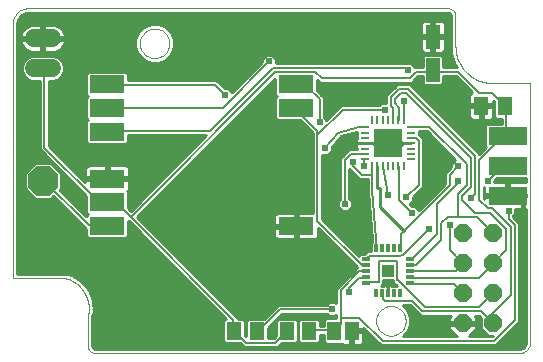
<source format=gbl>
G75*
%MOIN*%
%OFA0B0*%
%FSLAX24Y24*%
%IPPOS*%
%LPD*%
%AMOC8*
5,1,8,0,0,1.08239X$1,22.5*
%
%ADD10C,0.0000*%
%ADD11R,0.0512X0.0630*%
%ADD12R,0.0512X0.0591*%
%ADD13OC8,0.0600*%
%ADD14OC8,0.1000*%
%ADD15R,0.0472X0.0787*%
%ADD16R,0.1300X0.0600*%
%ADD17R,0.0460X0.0630*%
%ADD18R,0.0280X0.0100*%
%ADD19R,0.0100X0.0280*%
%ADD20R,0.0960X0.0960*%
%ADD21R,0.0394X0.0394*%
%ADD22R,0.0118X0.0256*%
%ADD23R,0.0256X0.0118*%
%ADD24R,0.1181X0.0591*%
%ADD25C,0.0600*%
%ADD26C,0.0100*%
%ADD27C,0.0317*%
%ADD28C,0.0160*%
%ADD29C,0.0277*%
%ADD30C,0.0080*%
%ADD31C,0.0240*%
D10*
X002650Y000550D02*
X002650Y001550D01*
X002663Y001611D01*
X002673Y001672D01*
X002679Y001734D01*
X002681Y001797D01*
X002679Y001859D01*
X002674Y001921D01*
X002665Y001982D01*
X002652Y002043D01*
X002635Y002103D01*
X002615Y002162D01*
X002592Y002220D01*
X002564Y002276D01*
X002534Y002330D01*
X002500Y002383D01*
X002464Y002433D01*
X002424Y002481D01*
X002381Y002527D01*
X002336Y002569D01*
X002289Y002609D01*
X002238Y002647D01*
X002186Y002681D01*
X002132Y002711D01*
X002076Y002739D01*
X002019Y002763D01*
X001960Y002783D01*
X001900Y002800D01*
X000150Y002800D01*
X000150Y011406D01*
X000150Y011300D02*
X000152Y011344D01*
X000158Y011387D01*
X000167Y011429D01*
X000180Y011471D01*
X000197Y011511D01*
X000217Y011550D01*
X000240Y011587D01*
X000267Y011621D01*
X000296Y011654D01*
X000329Y011683D01*
X000363Y011710D01*
X000400Y011733D01*
X000439Y011753D01*
X000479Y011770D01*
X000521Y011783D01*
X000563Y011792D01*
X000606Y011798D01*
X000650Y011800D01*
X014650Y011800D01*
X014680Y011798D01*
X014710Y011793D01*
X014739Y011784D01*
X014766Y011771D01*
X014792Y011756D01*
X014816Y011737D01*
X014837Y011716D01*
X014856Y011692D01*
X014871Y011666D01*
X014884Y011639D01*
X014893Y011610D01*
X014898Y011580D01*
X014900Y011550D01*
X014900Y010550D01*
X014902Y010482D01*
X014907Y010415D01*
X014916Y010348D01*
X014929Y010281D01*
X014946Y010216D01*
X014965Y010151D01*
X014989Y010087D01*
X015016Y010025D01*
X015046Y009964D01*
X015079Y009906D01*
X015115Y009849D01*
X015155Y009794D01*
X015197Y009741D01*
X015243Y009690D01*
X015290Y009643D01*
X015341Y009597D01*
X015394Y009555D01*
X015449Y009515D01*
X015506Y009479D01*
X015564Y009446D01*
X015625Y009416D01*
X015687Y009389D01*
X015751Y009365D01*
X015816Y009346D01*
X015881Y009329D01*
X015948Y009316D01*
X016015Y009307D01*
X016082Y009302D01*
X016150Y009300D01*
X017400Y009300D01*
X017400Y000694D01*
X017398Y000655D01*
X017392Y000617D01*
X017383Y000580D01*
X017370Y000543D01*
X017353Y000508D01*
X017334Y000475D01*
X017311Y000444D01*
X017285Y000415D01*
X017256Y000389D01*
X017225Y000366D01*
X017192Y000347D01*
X017157Y000330D01*
X017120Y000317D01*
X017083Y000308D01*
X017045Y000302D01*
X017006Y000300D01*
X017150Y000300D02*
X002900Y000300D01*
X002870Y000302D01*
X002840Y000307D01*
X002811Y000316D01*
X002784Y000329D01*
X002758Y000344D01*
X002734Y000363D01*
X002713Y000384D01*
X002694Y000408D01*
X002679Y000434D01*
X002666Y000461D01*
X002657Y000490D01*
X002652Y000520D01*
X002650Y000550D01*
X012256Y001383D02*
X012258Y001427D01*
X012264Y001471D01*
X012274Y001514D01*
X012287Y001556D01*
X012305Y001596D01*
X012326Y001635D01*
X012350Y001672D01*
X012377Y001707D01*
X012408Y001739D01*
X012441Y001768D01*
X012477Y001794D01*
X012515Y001816D01*
X012555Y001835D01*
X012596Y001851D01*
X012639Y001863D01*
X012682Y001871D01*
X012726Y001875D01*
X012770Y001875D01*
X012814Y001871D01*
X012857Y001863D01*
X012900Y001851D01*
X012941Y001835D01*
X012981Y001816D01*
X013019Y001794D01*
X013055Y001768D01*
X013088Y001739D01*
X013119Y001707D01*
X013146Y001672D01*
X013170Y001635D01*
X013191Y001596D01*
X013209Y001556D01*
X013222Y001514D01*
X013232Y001471D01*
X013238Y001427D01*
X013240Y001383D01*
X013238Y001339D01*
X013232Y001295D01*
X013222Y001252D01*
X013209Y001210D01*
X013191Y001170D01*
X013170Y001131D01*
X013146Y001094D01*
X013119Y001059D01*
X013088Y001027D01*
X013055Y000998D01*
X013019Y000972D01*
X012981Y000950D01*
X012941Y000931D01*
X012900Y000915D01*
X012857Y000903D01*
X012814Y000895D01*
X012770Y000891D01*
X012726Y000891D01*
X012682Y000895D01*
X012639Y000903D01*
X012596Y000915D01*
X012555Y000931D01*
X012515Y000950D01*
X012477Y000972D01*
X012441Y000998D01*
X012408Y001027D01*
X012377Y001059D01*
X012350Y001094D01*
X012326Y001131D01*
X012305Y001170D01*
X012287Y001210D01*
X012274Y001252D01*
X012264Y001295D01*
X012258Y001339D01*
X012256Y001383D01*
X004382Y010635D02*
X004384Y010679D01*
X004390Y010723D01*
X004400Y010766D01*
X004413Y010808D01*
X004431Y010848D01*
X004452Y010887D01*
X004476Y010924D01*
X004503Y010959D01*
X004534Y010991D01*
X004567Y011020D01*
X004603Y011046D01*
X004641Y011068D01*
X004681Y011087D01*
X004722Y011103D01*
X004765Y011115D01*
X004808Y011123D01*
X004852Y011127D01*
X004896Y011127D01*
X004940Y011123D01*
X004983Y011115D01*
X005026Y011103D01*
X005067Y011087D01*
X005107Y011068D01*
X005145Y011046D01*
X005181Y011020D01*
X005214Y010991D01*
X005245Y010959D01*
X005272Y010924D01*
X005296Y010887D01*
X005317Y010848D01*
X005335Y010808D01*
X005348Y010766D01*
X005358Y010723D01*
X005364Y010679D01*
X005366Y010635D01*
X005364Y010591D01*
X005358Y010547D01*
X005348Y010504D01*
X005335Y010462D01*
X005317Y010422D01*
X005296Y010383D01*
X005272Y010346D01*
X005245Y010311D01*
X005214Y010279D01*
X005181Y010250D01*
X005145Y010224D01*
X005107Y010202D01*
X005067Y010183D01*
X005026Y010167D01*
X004983Y010155D01*
X004940Y010147D01*
X004896Y010143D01*
X004852Y010143D01*
X004808Y010147D01*
X004765Y010155D01*
X004722Y010167D01*
X004681Y010183D01*
X004641Y010202D01*
X004603Y010224D01*
X004567Y010250D01*
X004534Y010279D01*
X004503Y010311D01*
X004476Y010346D01*
X004452Y010383D01*
X004431Y010422D01*
X004413Y010462D01*
X004400Y010504D01*
X004390Y010547D01*
X004384Y010591D01*
X004382Y010635D01*
D11*
X015756Y008550D03*
X016544Y008550D03*
D12*
X010024Y001050D03*
X009276Y001050D03*
X008274Y001050D03*
X007526Y001050D03*
D13*
X015150Y001300D03*
X016150Y001300D03*
X016150Y002300D03*
X015150Y002300D03*
X015150Y003300D03*
X016150Y003300D03*
X016150Y004300D03*
X015150Y004300D03*
D14*
X001150Y006050D03*
D15*
X014150Y009749D03*
X014150Y010851D03*
D16*
X016650Y007550D03*
X016650Y006550D03*
X016650Y005550D03*
D17*
X011450Y001050D03*
X010850Y001050D03*
D18*
X011880Y006770D03*
X011880Y006950D03*
X011880Y007120D03*
X011880Y007300D03*
X011880Y007480D03*
X011880Y007650D03*
X011880Y007830D03*
X013420Y007830D03*
X013420Y007650D03*
X013420Y007480D03*
X013420Y007300D03*
X013420Y007120D03*
X013420Y006950D03*
X013420Y006770D03*
D19*
X013180Y006530D03*
X013000Y006530D03*
X012830Y006530D03*
X012650Y006530D03*
X012470Y006530D03*
X012300Y006530D03*
X012120Y006530D03*
X012120Y008070D03*
X012300Y008070D03*
X012470Y008070D03*
X012650Y008070D03*
X012830Y008070D03*
X013000Y008070D03*
X013180Y008070D03*
D20*
X012650Y007300D03*
D21*
X012650Y003050D03*
D22*
X012650Y002302D03*
X012847Y002302D03*
X013044Y002302D03*
X012453Y002302D03*
X012256Y002302D03*
X012256Y003798D03*
X012453Y003798D03*
X012650Y003798D03*
X012847Y003798D03*
X013044Y003798D03*
D23*
X013398Y003444D03*
X013398Y003247D03*
X013398Y003050D03*
X013398Y002853D03*
X013398Y002656D03*
X011902Y002656D03*
X011902Y002853D03*
X011902Y003050D03*
X011902Y003247D03*
X011902Y003444D03*
D24*
X009587Y004544D03*
X009587Y008481D03*
X009587Y009269D03*
X003288Y009269D03*
X003288Y008481D03*
X003288Y007694D03*
X003288Y006119D03*
X003288Y005331D03*
X003288Y004544D03*
D25*
X001450Y009800D02*
X000850Y009800D01*
X000850Y010800D02*
X001450Y010800D01*
D26*
X001200Y010840D02*
X004264Y010840D01*
X004232Y010762D02*
X004232Y010507D01*
X004330Y010271D01*
X004511Y010090D01*
X004747Y009993D01*
X005002Y009993D01*
X005238Y010090D01*
X005419Y010271D01*
X005517Y010507D01*
X005517Y010762D01*
X005419Y010998D01*
X005238Y011179D01*
X005002Y011277D01*
X004747Y011277D01*
X004511Y011179D01*
X004330Y010998D01*
X004232Y010762D01*
X004232Y010741D02*
X001896Y010741D01*
X001898Y010750D02*
X001200Y010750D01*
X001200Y010850D01*
X001100Y010850D01*
X001100Y011250D01*
X000815Y011250D01*
X000745Y011239D01*
X000677Y011217D01*
X000614Y011185D01*
X000557Y011143D01*
X000507Y011093D01*
X000465Y011036D01*
X000433Y010973D01*
X000411Y010905D01*
X000402Y010850D01*
X001100Y010850D01*
X001100Y010750D01*
X001200Y010750D01*
X001200Y010350D01*
X001485Y010350D01*
X001555Y010361D01*
X001623Y010383D01*
X001686Y010415D01*
X001743Y010457D01*
X001793Y010507D01*
X001835Y010564D01*
X001867Y010627D01*
X001889Y010695D01*
X001898Y010750D01*
X001898Y010850D02*
X001889Y010905D01*
X001867Y010973D01*
X001835Y011036D01*
X001793Y011093D01*
X001743Y011143D01*
X001686Y011185D01*
X001623Y011217D01*
X001555Y011239D01*
X001485Y011250D01*
X001200Y011250D01*
X001200Y010850D01*
X001898Y010850D01*
X001878Y010938D02*
X004305Y010938D01*
X004368Y011037D02*
X001834Y011037D01*
X001751Y011135D02*
X004467Y011135D01*
X004642Y011234D02*
X001572Y011234D01*
X001200Y011234D02*
X001100Y011234D01*
X001100Y011135D02*
X001200Y011135D01*
X001200Y011037D02*
X001100Y011037D01*
X001100Y010938D02*
X001200Y010938D01*
X001100Y010840D02*
X000300Y010840D01*
X000300Y010938D02*
X000422Y010938D01*
X000466Y011037D02*
X000300Y011037D01*
X000300Y011135D02*
X000549Y011135D01*
X000728Y011234D02*
X000300Y011234D01*
X000300Y011300D02*
X000307Y011368D01*
X000359Y011494D01*
X000456Y011591D01*
X000582Y011643D01*
X000650Y011650D01*
X014650Y011650D01*
X014676Y011647D01*
X014721Y011621D01*
X014747Y011576D01*
X014750Y011550D01*
X014750Y010328D01*
X014887Y009906D01*
X014943Y009830D01*
X014496Y009830D01*
X014496Y010188D01*
X014432Y010253D01*
X013868Y010253D01*
X013804Y010188D01*
X013804Y009830D01*
X013540Y009830D01*
X013540Y009845D01*
X013405Y009980D01*
X013215Y009980D01*
X013205Y009970D01*
X008920Y009970D01*
X008920Y010125D01*
X008785Y010260D01*
X008595Y010260D01*
X008460Y010125D01*
X008460Y010012D01*
X007450Y009002D01*
X007450Y009005D01*
X007315Y009140D01*
X007202Y009140D01*
X006932Y009410D01*
X003988Y009410D01*
X003988Y009609D01*
X003924Y009674D01*
X002652Y009674D01*
X002587Y009609D01*
X002587Y008928D01*
X002640Y008875D01*
X002587Y008822D01*
X002587Y008140D01*
X002640Y008087D01*
X002587Y008035D01*
X002587Y007353D01*
X002652Y007288D01*
X003924Y007288D01*
X003988Y007353D01*
X003988Y007570D01*
X006578Y007570D01*
X004070Y005062D01*
X003988Y005144D01*
X003988Y005672D01*
X003962Y005699D01*
X003970Y005704D01*
X003998Y005732D01*
X004018Y005766D01*
X004028Y005804D01*
X004028Y006069D01*
X003338Y006069D01*
X003338Y006169D01*
X004028Y006169D01*
X004028Y006434D01*
X004018Y006472D01*
X003998Y006506D01*
X003970Y006534D01*
X003936Y006554D01*
X003898Y006564D01*
X003338Y006564D01*
X003338Y006169D01*
X003238Y006169D01*
X003238Y006564D01*
X002677Y006564D01*
X002639Y006554D01*
X002605Y006534D01*
X002577Y006506D01*
X002557Y006472D01*
X002547Y006434D01*
X002547Y006169D01*
X003238Y006169D01*
X003238Y006069D01*
X002547Y006069D01*
X002547Y006025D01*
X001350Y007222D01*
X001350Y009390D01*
X001532Y009390D01*
X001682Y009452D01*
X001798Y009568D01*
X001860Y009718D01*
X001860Y009882D01*
X001798Y010032D01*
X001682Y010148D01*
X001532Y010210D01*
X000768Y010210D01*
X000618Y010148D01*
X000502Y010032D01*
X000440Y009882D01*
X000440Y009718D01*
X000502Y009568D01*
X000618Y009452D01*
X000768Y009390D01*
X001050Y009390D01*
X001050Y007098D01*
X002587Y005561D01*
X002587Y004991D01*
X002640Y004938D01*
X002587Y004885D01*
X002587Y004865D01*
X001707Y005745D01*
X001760Y005797D01*
X001760Y006303D01*
X001403Y006660D01*
X000897Y006660D01*
X000540Y006303D01*
X000540Y005797D01*
X000897Y005440D01*
X001403Y005440D01*
X001495Y005533D01*
X002587Y004441D01*
X002587Y004203D01*
X002652Y004139D01*
X003924Y004139D01*
X003988Y004203D01*
X003988Y004720D01*
X004008Y004700D01*
X007253Y001455D01*
X007225Y001455D01*
X007160Y001391D01*
X007160Y000709D01*
X007225Y000645D01*
X007713Y000645D01*
X007770Y000588D01*
X007858Y000500D01*
X008962Y000500D01*
X009107Y000645D01*
X009577Y000645D01*
X009642Y000709D01*
X009642Y001391D01*
X009577Y001455D01*
X008975Y001455D01*
X008910Y001391D01*
X008910Y000872D01*
X008838Y000800D01*
X008640Y000800D01*
X008640Y001158D01*
X009102Y001620D01*
X010615Y001620D01*
X010695Y001540D01*
X010885Y001540D01*
X010920Y001575D01*
X010920Y001475D01*
X010574Y001475D01*
X010510Y001411D01*
X010510Y001220D01*
X010390Y001220D01*
X010390Y001391D01*
X010325Y001455D01*
X009723Y001455D01*
X009658Y001391D01*
X009658Y000709D01*
X009723Y000645D01*
X010325Y000645D01*
X010390Y000709D01*
X010390Y000920D01*
X010510Y000920D01*
X010510Y000689D01*
X010574Y000625D01*
X011118Y000625D01*
X011128Y000615D01*
X011162Y000595D01*
X011200Y000585D01*
X011400Y000585D01*
X011400Y001000D01*
X011500Y001000D01*
X011500Y001100D01*
X011830Y001100D01*
X011830Y001148D01*
X012408Y000570D01*
X012532Y000570D01*
X016242Y000570D01*
X016330Y000658D01*
X017030Y001358D01*
X017030Y004632D01*
X016942Y004720D01*
X016820Y004842D01*
X016820Y004885D01*
X016900Y004965D01*
X016900Y005100D01*
X017250Y005100D01*
X017250Y000694D01*
X016366Y000694D01*
X016268Y000596D02*
X017224Y000596D01*
X017209Y000558D02*
X017142Y000491D01*
X017054Y000455D01*
X017006Y000450D01*
X002900Y000450D01*
X002874Y000453D01*
X002829Y000479D01*
X002803Y000524D01*
X002800Y000550D01*
X002800Y001532D01*
X002841Y001695D01*
X002815Y002068D01*
X002815Y002068D01*
X002675Y002415D01*
X002675Y002415D01*
X002435Y002702D01*
X002118Y002900D01*
X002118Y002900D01*
X001977Y002935D01*
X001962Y002950D01*
X001918Y002950D01*
X001876Y002961D01*
X001858Y002950D01*
X000300Y002950D01*
X000300Y011300D01*
X000303Y011332D02*
X013791Y011332D01*
X013794Y011337D02*
X013774Y011303D01*
X013764Y011265D01*
X013764Y010901D01*
X014100Y010901D01*
X014100Y010801D01*
X014200Y010801D01*
X014200Y010307D01*
X014406Y010307D01*
X014444Y010318D01*
X014478Y010337D01*
X014506Y010365D01*
X014526Y010400D01*
X014536Y010438D01*
X014536Y010801D01*
X014200Y010801D01*
X014200Y010901D01*
X014536Y010901D01*
X014536Y011265D01*
X014526Y011303D01*
X014506Y011337D01*
X014478Y011365D01*
X014444Y011385D01*
X014406Y011395D01*
X014200Y011395D01*
X014200Y010901D01*
X014100Y010901D01*
X014100Y011395D01*
X013894Y011395D01*
X013856Y011385D01*
X013822Y011365D01*
X013794Y011337D01*
X013764Y011234D02*
X005107Y011234D01*
X005282Y011135D02*
X013764Y011135D01*
X013764Y011037D02*
X005381Y011037D01*
X005444Y010938D02*
X013764Y010938D01*
X013764Y010801D02*
X013764Y010438D01*
X013774Y010400D01*
X013794Y010365D01*
X013822Y010337D01*
X013856Y010318D01*
X013894Y010307D01*
X014100Y010307D01*
X014100Y010801D01*
X013764Y010801D01*
X013764Y010741D02*
X005517Y010741D01*
X005517Y010643D02*
X013764Y010643D01*
X013764Y010544D02*
X005517Y010544D01*
X005491Y010446D02*
X013764Y010446D01*
X013812Y010347D02*
X005450Y010347D01*
X005396Y010249D02*
X008583Y010249D01*
X008485Y010150D02*
X005298Y010150D01*
X005145Y010052D02*
X008460Y010052D01*
X008401Y009953D02*
X001830Y009953D01*
X001860Y009855D02*
X008302Y009855D01*
X008204Y009756D02*
X001860Y009756D01*
X001835Y009658D02*
X002635Y009658D01*
X002587Y009559D02*
X001789Y009559D01*
X001690Y009461D02*
X002587Y009461D01*
X002587Y009362D02*
X001350Y009362D01*
X001350Y009264D02*
X002587Y009264D01*
X002587Y009165D02*
X001350Y009165D01*
X001350Y009067D02*
X002587Y009067D01*
X002587Y008968D02*
X001350Y008968D01*
X001350Y008870D02*
X002635Y008870D01*
X002587Y008771D02*
X001350Y008771D01*
X001350Y008673D02*
X002587Y008673D01*
X002587Y008574D02*
X001350Y008574D01*
X001350Y008476D02*
X002587Y008476D01*
X002587Y008377D02*
X001350Y008377D01*
X001350Y008279D02*
X002587Y008279D01*
X002587Y008180D02*
X001350Y008180D01*
X001350Y008082D02*
X002634Y008082D01*
X002587Y007983D02*
X001350Y007983D01*
X001350Y007885D02*
X002587Y007885D01*
X002587Y007786D02*
X001350Y007786D01*
X001350Y007688D02*
X002587Y007688D01*
X002587Y007589D02*
X001350Y007589D01*
X001350Y007491D02*
X002587Y007491D01*
X002587Y007392D02*
X001350Y007392D01*
X001350Y007294D02*
X002647Y007294D01*
X001870Y006703D02*
X005710Y006703D01*
X005809Y006801D02*
X001771Y006801D01*
X001673Y006900D02*
X005907Y006900D01*
X006006Y006998D02*
X001574Y006998D01*
X001476Y007097D02*
X006104Y007097D01*
X006203Y007195D02*
X001377Y007195D01*
X001150Y006998D02*
X000300Y006998D01*
X000300Y006900D02*
X001248Y006900D01*
X001347Y006801D02*
X000300Y006801D01*
X000300Y006703D02*
X001445Y006703D01*
X001459Y006604D02*
X001544Y006604D01*
X001557Y006506D02*
X001642Y006506D01*
X001656Y006407D02*
X001741Y006407D01*
X001754Y006309D02*
X001839Y006309D01*
X001760Y006210D02*
X001938Y006210D01*
X002036Y006112D02*
X001760Y006112D01*
X001760Y006013D02*
X002135Y006013D01*
X002233Y005915D02*
X001760Y005915D01*
X001760Y005816D02*
X002332Y005816D01*
X002430Y005718D02*
X001735Y005718D01*
X001833Y005619D02*
X002529Y005619D01*
X002587Y005521D02*
X001932Y005521D01*
X002030Y005422D02*
X002587Y005422D01*
X002587Y005324D02*
X002129Y005324D01*
X002227Y005225D02*
X002587Y005225D01*
X002587Y005127D02*
X002326Y005127D01*
X002424Y005028D02*
X002587Y005028D01*
X002632Y004930D02*
X002523Y004930D01*
X002295Y004733D02*
X000300Y004733D01*
X000300Y004831D02*
X002197Y004831D01*
X002098Y004930D02*
X000300Y004930D01*
X000300Y005028D02*
X002000Y005028D01*
X001901Y005127D02*
X000300Y005127D01*
X000300Y005225D02*
X001803Y005225D01*
X001704Y005324D02*
X000300Y005324D01*
X000300Y005422D02*
X001606Y005422D01*
X001507Y005521D02*
X001483Y005521D01*
X000817Y005521D02*
X000300Y005521D01*
X000300Y005619D02*
X000718Y005619D01*
X000620Y005718D02*
X000300Y005718D01*
X000300Y005816D02*
X000540Y005816D01*
X000540Y005915D02*
X000300Y005915D01*
X000300Y006013D02*
X000540Y006013D01*
X000540Y006112D02*
X000300Y006112D01*
X000300Y006210D02*
X000540Y006210D01*
X000546Y006309D02*
X000300Y006309D01*
X000300Y006407D02*
X000644Y006407D01*
X000743Y006506D02*
X000300Y006506D01*
X000300Y006604D02*
X000841Y006604D01*
X001051Y007097D02*
X000300Y007097D01*
X000300Y007195D02*
X001050Y007195D01*
X001050Y007294D02*
X000300Y007294D01*
X000300Y007392D02*
X001050Y007392D01*
X001050Y007491D02*
X000300Y007491D01*
X000300Y007589D02*
X001050Y007589D01*
X001050Y007688D02*
X000300Y007688D01*
X000300Y007786D02*
X001050Y007786D01*
X001050Y007885D02*
X000300Y007885D01*
X000300Y007983D02*
X001050Y007983D01*
X001050Y008082D02*
X000300Y008082D01*
X000300Y008180D02*
X001050Y008180D01*
X001050Y008279D02*
X000300Y008279D01*
X000300Y008377D02*
X001050Y008377D01*
X001050Y008476D02*
X000300Y008476D01*
X000300Y008574D02*
X001050Y008574D01*
X001050Y008673D02*
X000300Y008673D01*
X000300Y008771D02*
X001050Y008771D01*
X001050Y008870D02*
X000300Y008870D01*
X000300Y008968D02*
X001050Y008968D01*
X001050Y009067D02*
X000300Y009067D01*
X000300Y009165D02*
X001050Y009165D01*
X001050Y009264D02*
X000300Y009264D01*
X000300Y009362D02*
X001050Y009362D01*
X000610Y009461D02*
X000300Y009461D01*
X000300Y009559D02*
X000511Y009559D01*
X000465Y009658D02*
X000300Y009658D01*
X000300Y009756D02*
X000440Y009756D01*
X000440Y009855D02*
X000300Y009855D01*
X000300Y009953D02*
X000470Y009953D01*
X000522Y010052D02*
X000300Y010052D01*
X000300Y010150D02*
X000624Y010150D01*
X000677Y010383D02*
X000745Y010361D01*
X000815Y010350D01*
X001100Y010350D01*
X001100Y010750D01*
X000402Y010750D01*
X000411Y010695D01*
X000433Y010627D01*
X000465Y010564D01*
X000507Y010507D01*
X000557Y010457D01*
X000614Y010415D01*
X000677Y010383D01*
X000572Y010446D02*
X000300Y010446D01*
X000300Y010544D02*
X000480Y010544D01*
X000428Y010643D02*
X000300Y010643D01*
X000300Y010741D02*
X000404Y010741D01*
X000300Y010347D02*
X004299Y010347D01*
X004258Y010446D02*
X001728Y010446D01*
X001820Y010544D02*
X004232Y010544D01*
X004232Y010643D02*
X001872Y010643D01*
X001200Y010643D02*
X001100Y010643D01*
X001100Y010741D02*
X001200Y010741D01*
X001200Y010544D02*
X001100Y010544D01*
X001100Y010446D02*
X001200Y010446D01*
X001676Y010150D02*
X004451Y010150D01*
X004352Y010249D02*
X000300Y010249D01*
X001778Y010052D02*
X004604Y010052D01*
X003940Y009658D02*
X008105Y009658D01*
X008007Y009559D02*
X003988Y009559D01*
X003988Y009461D02*
X007908Y009461D01*
X007810Y009362D02*
X006980Y009362D01*
X007079Y009264D02*
X007711Y009264D01*
X007613Y009165D02*
X007177Y009165D01*
X007389Y009067D02*
X007514Y009067D01*
X008105Y008673D02*
X008886Y008673D01*
X008886Y008771D02*
X008203Y008771D01*
X008302Y008870D02*
X008934Y008870D01*
X008939Y008875D02*
X008886Y008822D01*
X008886Y008140D01*
X008951Y008076D01*
X009732Y008076D01*
X010150Y007658D01*
X010150Y004989D01*
X009637Y004989D01*
X009637Y004594D01*
X009537Y004594D01*
X009537Y004494D01*
X009637Y004494D01*
X009637Y004099D01*
X010197Y004099D01*
X010235Y004109D01*
X010270Y004129D01*
X010298Y004157D01*
X010317Y004191D01*
X010328Y004229D01*
X010328Y004470D01*
X011628Y003170D01*
X011550Y003092D01*
X011008Y002550D01*
X011008Y002550D01*
X010920Y002462D01*
X010920Y001965D01*
X010885Y002000D01*
X010695Y002000D01*
X010615Y001920D01*
X008978Y001920D01*
X008513Y001455D01*
X007973Y001455D01*
X007908Y001391D01*
X007908Y000874D01*
X007892Y000890D01*
X007892Y001391D01*
X007827Y001455D01*
X007650Y001455D01*
X007650Y001482D01*
X008540Y001482D01*
X008638Y001581D02*
X007552Y001581D01*
X007650Y001482D02*
X004282Y004850D01*
X008886Y009454D01*
X008886Y008928D01*
X008939Y008875D01*
X008886Y008968D02*
X008400Y008968D01*
X008499Y009067D02*
X008886Y009067D01*
X008886Y009165D02*
X008597Y009165D01*
X008696Y009264D02*
X008886Y009264D01*
X008886Y009362D02*
X008794Y009362D01*
X008920Y010052D02*
X013804Y010052D01*
X013804Y010150D02*
X008895Y010150D01*
X008797Y010249D02*
X013864Y010249D01*
X014100Y010347D02*
X014200Y010347D01*
X014200Y010446D02*
X014100Y010446D01*
X014100Y010544D02*
X014200Y010544D01*
X014200Y010643D02*
X014100Y010643D01*
X014100Y010741D02*
X014200Y010741D01*
X014200Y010840D02*
X014750Y010840D01*
X014750Y010938D02*
X014536Y010938D01*
X014536Y011037D02*
X014750Y011037D01*
X014750Y011135D02*
X014536Y011135D01*
X014536Y011234D02*
X014750Y011234D01*
X014750Y011332D02*
X014509Y011332D01*
X014750Y011431D02*
X000333Y011431D01*
X000394Y011529D02*
X014750Y011529D01*
X014709Y011628D02*
X000544Y011628D01*
X005485Y010840D02*
X014100Y010840D01*
X014100Y010938D02*
X014200Y010938D01*
X014200Y011037D02*
X014100Y011037D01*
X014100Y011135D02*
X014200Y011135D01*
X014200Y011234D02*
X014100Y011234D01*
X014100Y011332D02*
X014200Y011332D01*
X014536Y010741D02*
X014750Y010741D01*
X014750Y010643D02*
X014536Y010643D01*
X014536Y010544D02*
X014750Y010544D01*
X014750Y010446D02*
X014536Y010446D01*
X014488Y010347D02*
X014750Y010347D01*
X014776Y010249D02*
X014436Y010249D01*
X014496Y010150D02*
X014808Y010150D01*
X014840Y010052D02*
X014496Y010052D01*
X014496Y009953D02*
X014872Y009953D01*
X014887Y009906D02*
X014887Y009906D01*
X014925Y009855D02*
X014496Y009855D01*
X014496Y009530D02*
X014928Y009530D01*
X015451Y009007D01*
X015442Y009005D01*
X015408Y008985D01*
X015380Y008957D01*
X015361Y008923D01*
X015350Y008885D01*
X015350Y008600D01*
X015706Y008600D01*
X015706Y008500D01*
X015350Y008500D01*
X015350Y008215D01*
X015361Y008177D01*
X015380Y008143D01*
X015408Y008115D01*
X015442Y008095D01*
X015481Y008085D01*
X015706Y008085D01*
X015706Y008500D01*
X015806Y008500D01*
X015806Y008085D01*
X016032Y008085D01*
X016070Y008095D01*
X016104Y008115D01*
X016132Y008143D01*
X016152Y008177D01*
X016162Y008215D01*
X016162Y008500D01*
X015806Y008500D01*
X015806Y008600D01*
X016162Y008600D01*
X016162Y008716D01*
X016178Y008700D01*
X016178Y008189D01*
X016242Y008125D01*
X016450Y008125D01*
X016450Y007960D01*
X015954Y007960D01*
X015890Y007896D01*
X015890Y007204D01*
X015916Y007178D01*
X015690Y006952D01*
X015612Y007030D01*
X013372Y009270D01*
X012968Y009270D01*
X012880Y009182D01*
X012600Y008902D01*
X012600Y008778D01*
X012600Y008650D01*
X012445Y008650D01*
X012365Y008570D01*
X011078Y008570D01*
X010600Y008092D01*
X010600Y008095D01*
X010520Y008175D01*
X010520Y008832D01*
X010432Y008920D01*
X010288Y009065D01*
X010288Y009410D01*
X010378Y009320D01*
X013442Y009320D01*
X013530Y009408D01*
X013652Y009530D01*
X013804Y009530D01*
X013804Y009310D01*
X013868Y009245D01*
X014432Y009245D01*
X014496Y009310D01*
X014496Y009530D01*
X014496Y009461D02*
X014997Y009461D01*
X015096Y009362D02*
X014496Y009362D01*
X014450Y009264D02*
X015194Y009264D01*
X015293Y009165D02*
X013477Y009165D01*
X013379Y009264D02*
X013850Y009264D01*
X013804Y009362D02*
X013484Y009362D01*
X013583Y009461D02*
X013804Y009461D01*
X013804Y009855D02*
X013531Y009855D01*
X013432Y009953D02*
X013804Y009953D01*
X012961Y009264D02*
X010288Y009264D01*
X010288Y009362D02*
X010336Y009362D01*
X010288Y009165D02*
X012863Y009165D01*
X012764Y009067D02*
X010288Y009067D01*
X010384Y008968D02*
X012666Y008968D01*
X012600Y008870D02*
X010483Y008870D01*
X010520Y008771D02*
X012600Y008771D01*
X012600Y008673D02*
X010520Y008673D01*
X010520Y008574D02*
X012369Y008574D01*
X011630Y007684D02*
X011630Y007452D01*
X011620Y007442D01*
X011600Y007408D01*
X011590Y007370D01*
X011590Y007300D01*
X011880Y007300D01*
X012170Y007300D01*
X012170Y007350D01*
X012600Y007350D01*
X012600Y007250D01*
X012170Y007250D01*
X012170Y007300D01*
X011880Y007300D01*
X011880Y007300D01*
X011880Y007300D01*
X011590Y007300D01*
X011590Y007230D01*
X011600Y007192D01*
X011620Y007158D01*
X011630Y007148D01*
X011630Y007100D01*
X011358Y007100D01*
X011148Y006890D01*
X011060Y006802D01*
X011060Y005445D01*
X010980Y005365D01*
X010980Y005175D01*
X011115Y005040D01*
X011305Y005040D01*
X011440Y005175D01*
X011440Y005365D01*
X011360Y005445D01*
X011360Y006448D01*
X011620Y006188D01*
X011708Y006100D01*
X011970Y006100D01*
X011970Y005815D01*
X011965Y005809D01*
X011970Y005754D01*
X011970Y005698D01*
X011975Y005693D01*
X012110Y004114D01*
X012110Y003994D01*
X012087Y003972D01*
X012087Y003700D01*
X011946Y003700D01*
X011859Y003613D01*
X011728Y003613D01*
X011669Y003553D01*
X010450Y004772D01*
X010450Y006917D01*
X010467Y006900D01*
X010658Y006900D01*
X010792Y007035D01*
X010792Y007173D01*
X011086Y007529D01*
X011630Y007684D01*
X011630Y007589D02*
X011298Y007589D01*
X011055Y007491D02*
X011630Y007491D01*
X011596Y007392D02*
X010973Y007392D01*
X010892Y007294D02*
X011590Y007294D01*
X011599Y007195D02*
X010811Y007195D01*
X010792Y007097D02*
X011354Y007097D01*
X011256Y006998D02*
X010756Y006998D01*
X010450Y006900D02*
X011157Y006900D01*
X011060Y006801D02*
X010450Y006801D01*
X010450Y006703D02*
X011060Y006703D01*
X011060Y006604D02*
X010450Y006604D01*
X010450Y006506D02*
X011060Y006506D01*
X011060Y006407D02*
X010450Y006407D01*
X010450Y006309D02*
X011060Y006309D01*
X011060Y006210D02*
X010450Y006210D01*
X010450Y006112D02*
X011060Y006112D01*
X011060Y006013D02*
X010450Y006013D01*
X010450Y005915D02*
X011060Y005915D01*
X011060Y005816D02*
X010450Y005816D01*
X010450Y005718D02*
X011060Y005718D01*
X011060Y005619D02*
X010450Y005619D01*
X010450Y005521D02*
X011060Y005521D01*
X011037Y005422D02*
X010450Y005422D01*
X010450Y005324D02*
X010980Y005324D01*
X010980Y005225D02*
X010450Y005225D01*
X010450Y005127D02*
X011028Y005127D01*
X011392Y005127D02*
X012024Y005127D01*
X012015Y005225D02*
X011440Y005225D01*
X011440Y005324D02*
X012007Y005324D01*
X011998Y005422D02*
X011383Y005422D01*
X011360Y005521D02*
X011990Y005521D01*
X011981Y005619D02*
X011360Y005619D01*
X011360Y005718D02*
X011970Y005718D01*
X011970Y005816D02*
X011360Y005816D01*
X011360Y005915D02*
X011970Y005915D01*
X011970Y006013D02*
X011360Y006013D01*
X011360Y006112D02*
X011696Y006112D01*
X011598Y006210D02*
X011360Y006210D01*
X011360Y006309D02*
X011499Y006309D01*
X011401Y006407D02*
X011360Y006407D01*
X012275Y006343D02*
X012275Y005800D01*
X012400Y005800D01*
X012400Y005175D01*
X013193Y004383D01*
X013680Y005082D02*
X013680Y005085D01*
X013545Y005220D01*
X013432Y005220D01*
X013370Y005282D01*
X013490Y005402D01*
X013490Y005515D01*
X013824Y005848D01*
X013824Y007449D01*
X013736Y007537D01*
X013670Y007602D01*
X013670Y007710D01*
X013948Y007710D01*
X014898Y006760D01*
X014895Y006760D01*
X014760Y006625D01*
X014760Y006512D01*
X014560Y006312D01*
X014560Y005962D01*
X013680Y005082D01*
X013639Y005127D02*
X013724Y005127D01*
X013823Y005225D02*
X013427Y005225D01*
X013412Y005324D02*
X013921Y005324D01*
X014020Y005422D02*
X013490Y005422D01*
X013496Y005521D02*
X014118Y005521D01*
X014217Y005619D02*
X013595Y005619D01*
X013693Y005718D02*
X014315Y005718D01*
X014414Y005816D02*
X013792Y005816D01*
X013824Y005915D02*
X014512Y005915D01*
X014560Y006013D02*
X013824Y006013D01*
X013824Y006112D02*
X014560Y006112D01*
X014560Y006210D02*
X013824Y006210D01*
X013824Y006309D02*
X014560Y006309D01*
X014655Y006407D02*
X013824Y006407D01*
X013824Y006506D02*
X014753Y006506D01*
X014760Y006604D02*
X013824Y006604D01*
X013824Y006703D02*
X014837Y006703D01*
X014857Y006801D02*
X013824Y006801D01*
X013824Y006900D02*
X014758Y006900D01*
X014660Y006998D02*
X013824Y006998D01*
X013824Y007097D02*
X014561Y007097D01*
X014463Y007195D02*
X013824Y007195D01*
X013824Y007294D02*
X014364Y007294D01*
X014266Y007392D02*
X013824Y007392D01*
X013782Y007491D02*
X014167Y007491D01*
X014069Y007589D02*
X013683Y007589D01*
X013670Y007688D02*
X013970Y007688D01*
X013420Y007300D02*
X013420Y007300D01*
X013130Y007300D01*
X013130Y007350D01*
X012700Y007350D01*
X012700Y007250D01*
X013130Y007250D01*
X013130Y007300D01*
X013420Y007300D01*
X013130Y007294D02*
X012700Y007294D01*
X012600Y007294D02*
X012170Y007294D01*
X012300Y006530D02*
X012275Y006343D01*
X012032Y005028D02*
X010450Y005028D01*
X010450Y004930D02*
X012040Y004930D01*
X012049Y004831D02*
X010450Y004831D01*
X010490Y004733D02*
X012057Y004733D01*
X012066Y004634D02*
X010588Y004634D01*
X010687Y004536D02*
X012074Y004536D01*
X012082Y004437D02*
X010785Y004437D01*
X010884Y004339D02*
X012091Y004339D01*
X012099Y004240D02*
X010982Y004240D01*
X011081Y004142D02*
X012108Y004142D01*
X012110Y004043D02*
X011179Y004043D01*
X011278Y003945D02*
X012087Y003945D01*
X012087Y003846D02*
X011376Y003846D01*
X011475Y003748D02*
X012087Y003748D01*
X011895Y003649D02*
X011573Y003649D01*
X011346Y003452D02*
X005680Y003452D01*
X005582Y003551D02*
X011247Y003551D01*
X011149Y003649D02*
X005483Y003649D01*
X005385Y003748D02*
X011050Y003748D01*
X010952Y003846D02*
X005286Y003846D01*
X005188Y003945D02*
X010853Y003945D01*
X010755Y004043D02*
X005089Y004043D01*
X004991Y004142D02*
X008892Y004142D01*
X008904Y004129D02*
X008876Y004157D01*
X008857Y004191D01*
X008846Y004229D01*
X008846Y004494D01*
X009537Y004494D01*
X009537Y004099D01*
X008977Y004099D01*
X008939Y004109D01*
X008904Y004129D01*
X008846Y004240D02*
X004892Y004240D01*
X004794Y004339D02*
X008846Y004339D01*
X008846Y004437D02*
X004695Y004437D01*
X004597Y004536D02*
X009537Y004536D01*
X009537Y004594D02*
X008846Y004594D01*
X008846Y004859D01*
X008857Y004897D01*
X008876Y004931D01*
X008904Y004959D01*
X008939Y004979D01*
X008977Y004989D01*
X009537Y004989D01*
X009537Y004594D01*
X009537Y004634D02*
X009637Y004634D01*
X009637Y004733D02*
X009537Y004733D01*
X009537Y004831D02*
X009637Y004831D01*
X009637Y004930D02*
X009537Y004930D01*
X009537Y004437D02*
X009637Y004437D01*
X009637Y004339D02*
X009537Y004339D01*
X009537Y004240D02*
X009637Y004240D01*
X009637Y004142D02*
X009537Y004142D01*
X010282Y004142D02*
X010656Y004142D01*
X010558Y004240D02*
X010328Y004240D01*
X010328Y004339D02*
X010459Y004339D01*
X010361Y004437D02*
X010328Y004437D01*
X010150Y005028D02*
X004460Y005028D01*
X004362Y004930D02*
X008875Y004930D01*
X008846Y004831D02*
X004301Y004831D01*
X004400Y004733D02*
X008846Y004733D01*
X008846Y004634D02*
X004498Y004634D01*
X004271Y004437D02*
X003988Y004437D01*
X003988Y004339D02*
X004369Y004339D01*
X004468Y004240D02*
X003988Y004240D01*
X003927Y004142D02*
X004566Y004142D01*
X004665Y004043D02*
X000300Y004043D01*
X000300Y003945D02*
X004763Y003945D01*
X004862Y003846D02*
X000300Y003846D01*
X000300Y003748D02*
X004960Y003748D01*
X005059Y003649D02*
X000300Y003649D01*
X000300Y003551D02*
X005157Y003551D01*
X005256Y003452D02*
X000300Y003452D01*
X000300Y003354D02*
X005354Y003354D01*
X005453Y003255D02*
X000300Y003255D01*
X000300Y003157D02*
X005551Y003157D01*
X005650Y003058D02*
X000300Y003058D01*
X000300Y002960D02*
X001874Y002960D01*
X001880Y002960D02*
X005748Y002960D01*
X005847Y002861D02*
X002180Y002861D01*
X002338Y002763D02*
X005945Y002763D01*
X006044Y002664D02*
X002467Y002664D01*
X002435Y002702D02*
X002435Y002702D01*
X002435Y002702D01*
X002549Y002566D02*
X006142Y002566D01*
X006241Y002467D02*
X002632Y002467D01*
X002694Y002369D02*
X006339Y002369D01*
X006438Y002270D02*
X002734Y002270D01*
X002773Y002172D02*
X006536Y002172D01*
X006635Y002073D02*
X002813Y002073D01*
X002822Y001975D02*
X006733Y001975D01*
X006832Y001876D02*
X002828Y001876D01*
X002835Y001778D02*
X006930Y001778D01*
X007029Y001679D02*
X002837Y001679D01*
X002841Y001695D02*
X002841Y001695D01*
X002812Y001581D02*
X007127Y001581D01*
X007226Y001482D02*
X002800Y001482D01*
X002800Y001384D02*
X007160Y001384D01*
X007160Y001285D02*
X002800Y001285D01*
X002800Y001187D02*
X007160Y001187D01*
X007160Y001088D02*
X002800Y001088D01*
X002800Y000990D02*
X007160Y000990D01*
X007160Y000891D02*
X002800Y000891D01*
X002800Y000793D02*
X007160Y000793D01*
X007175Y000694D02*
X002800Y000694D01*
X002800Y000596D02*
X007762Y000596D01*
X007892Y000891D02*
X007908Y000891D01*
X007908Y000990D02*
X007892Y000990D01*
X007892Y001088D02*
X007908Y001088D01*
X007908Y001187D02*
X007892Y001187D01*
X007892Y001285D02*
X007908Y001285D01*
X007908Y001384D02*
X007892Y001384D01*
X007453Y001679D02*
X008737Y001679D01*
X008835Y001778D02*
X007355Y001778D01*
X007256Y001876D02*
X008934Y001876D01*
X009063Y001581D02*
X010654Y001581D01*
X010510Y001384D02*
X010390Y001384D01*
X010390Y001285D02*
X010510Y001285D01*
X010920Y001482D02*
X008964Y001482D01*
X008910Y001384D02*
X008866Y001384D01*
X008910Y001285D02*
X008767Y001285D01*
X008669Y001187D02*
X008910Y001187D01*
X008910Y001088D02*
X008640Y001088D01*
X008640Y000990D02*
X008910Y000990D01*
X008910Y000891D02*
X008640Y000891D01*
X009058Y000596D02*
X011162Y000596D01*
X011400Y000596D02*
X011500Y000596D01*
X011500Y000585D02*
X011700Y000585D01*
X011738Y000595D01*
X011772Y000615D01*
X011800Y000643D01*
X011820Y000677D01*
X011830Y000715D01*
X011830Y001000D01*
X011500Y001000D01*
X011500Y000585D01*
X011500Y000694D02*
X011400Y000694D01*
X011400Y000793D02*
X011500Y000793D01*
X011500Y000891D02*
X011400Y000891D01*
X011400Y000990D02*
X011500Y000990D01*
X011500Y001088D02*
X011890Y001088D01*
X011830Y000990D02*
X011988Y000990D01*
X012087Y000891D02*
X011830Y000891D01*
X011830Y000793D02*
X012185Y000793D01*
X012284Y000694D02*
X011824Y000694D01*
X011738Y000596D02*
X012382Y000596D01*
X013144Y000870D02*
X013293Y001019D01*
X013391Y001255D01*
X013391Y001510D01*
X013293Y001746D01*
X013139Y001900D01*
X013388Y001900D01*
X013650Y001638D01*
X013738Y001550D01*
X014764Y001550D01*
X014700Y001486D01*
X014700Y001350D01*
X015100Y001350D01*
X015100Y001250D01*
X014700Y001250D01*
X014700Y001114D01*
X014944Y000870D01*
X013144Y000870D01*
X013165Y000891D02*
X014923Y000891D01*
X014824Y000990D02*
X013263Y000990D01*
X013321Y001088D02*
X014726Y001088D01*
X014700Y001187D02*
X013362Y001187D01*
X013391Y001285D02*
X015100Y001285D01*
X015200Y001285D02*
X015740Y001285D01*
X015740Y001187D02*
X015600Y001187D01*
X015600Y001250D02*
X015600Y001114D01*
X015356Y000870D01*
X016118Y000870D01*
X016138Y000890D01*
X015980Y000890D01*
X015740Y001130D01*
X015740Y001470D01*
X015759Y001489D01*
X015698Y001550D01*
X015536Y001550D01*
X015600Y001486D01*
X015600Y001350D01*
X015200Y001350D01*
X015200Y001250D01*
X015600Y001250D01*
X015600Y001384D02*
X015740Y001384D01*
X015752Y001482D02*
X015600Y001482D01*
X015574Y001088D02*
X015782Y001088D01*
X015881Y000990D02*
X015476Y000990D01*
X015377Y000891D02*
X015979Y000891D01*
X016465Y000793D02*
X017250Y000793D01*
X017250Y000891D02*
X016563Y000891D01*
X016662Y000990D02*
X017250Y000990D01*
X017250Y001088D02*
X016760Y001088D01*
X016859Y001187D02*
X017250Y001187D01*
X017250Y001285D02*
X016957Y001285D01*
X017030Y001384D02*
X017250Y001384D01*
X017250Y001482D02*
X017030Y001482D01*
X017030Y001581D02*
X017250Y001581D01*
X017250Y001679D02*
X017030Y001679D01*
X017030Y001778D02*
X017250Y001778D01*
X017250Y001876D02*
X017030Y001876D01*
X017030Y001975D02*
X017250Y001975D01*
X017250Y002073D02*
X017030Y002073D01*
X017030Y002172D02*
X017250Y002172D01*
X017250Y002270D02*
X017030Y002270D01*
X017030Y002369D02*
X017250Y002369D01*
X017250Y002467D02*
X017030Y002467D01*
X017030Y002566D02*
X017250Y002566D01*
X017250Y002664D02*
X017030Y002664D01*
X017030Y002763D02*
X017250Y002763D01*
X017250Y002861D02*
X017030Y002861D01*
X017030Y002960D02*
X017250Y002960D01*
X017250Y003058D02*
X017030Y003058D01*
X017030Y003157D02*
X017250Y003157D01*
X017250Y003255D02*
X017030Y003255D01*
X017030Y003354D02*
X017250Y003354D01*
X017250Y003452D02*
X017030Y003452D01*
X017030Y003551D02*
X017250Y003551D01*
X017250Y003649D02*
X017030Y003649D01*
X017030Y003748D02*
X017250Y003748D01*
X017250Y003846D02*
X017030Y003846D01*
X017030Y003945D02*
X017250Y003945D01*
X017250Y004043D02*
X017030Y004043D01*
X017030Y004142D02*
X017250Y004142D01*
X017250Y004240D02*
X017030Y004240D01*
X017030Y004339D02*
X017250Y004339D01*
X017250Y004437D02*
X017030Y004437D01*
X017030Y004536D02*
X017250Y004536D01*
X017250Y004634D02*
X017028Y004634D01*
X016930Y004733D02*
X017250Y004733D01*
X017250Y004831D02*
X016831Y004831D01*
X016865Y004930D02*
X017250Y004930D01*
X017250Y005028D02*
X016900Y005028D01*
X016700Y005500D02*
X016700Y005600D01*
X017250Y005600D01*
X017250Y005500D01*
X016700Y005500D01*
X016700Y005521D02*
X017250Y005521D01*
X016700Y005600D02*
X016600Y005600D01*
X016600Y006000D01*
X016200Y006000D01*
X016200Y006058D01*
X016282Y006140D01*
X017250Y006140D01*
X017250Y006000D01*
X016700Y006000D01*
X016700Y005600D01*
X016700Y005619D02*
X016600Y005619D01*
X016600Y005600D02*
X016600Y005500D01*
X015850Y005500D01*
X015850Y005462D01*
X015840Y005472D01*
X015840Y005845D01*
X015850Y005835D01*
X015850Y005600D01*
X016600Y005600D01*
X016600Y005521D02*
X015840Y005521D01*
X015840Y005619D02*
X015850Y005619D01*
X015840Y005718D02*
X015850Y005718D01*
X015840Y005816D02*
X015850Y005816D01*
X016200Y006013D02*
X017250Y006013D01*
X017250Y006112D02*
X016254Y006112D01*
X016600Y005915D02*
X016700Y005915D01*
X016700Y005816D02*
X016600Y005816D01*
X016600Y005718D02*
X016700Y005718D01*
X015736Y006998D02*
X015644Y006998D01*
X015546Y007097D02*
X015834Y007097D01*
X015899Y007195D02*
X015447Y007195D01*
X015349Y007294D02*
X015890Y007294D01*
X015890Y007392D02*
X015250Y007392D01*
X015152Y007491D02*
X015890Y007491D01*
X015890Y007589D02*
X015053Y007589D01*
X014955Y007688D02*
X015890Y007688D01*
X015890Y007786D02*
X014856Y007786D01*
X014758Y007885D02*
X015890Y007885D01*
X015806Y008180D02*
X015706Y008180D01*
X015706Y008279D02*
X015806Y008279D01*
X015806Y008377D02*
X015706Y008377D01*
X015706Y008476D02*
X015806Y008476D01*
X015806Y008574D02*
X016178Y008574D01*
X016178Y008476D02*
X016162Y008476D01*
X016162Y008377D02*
X016178Y008377D01*
X016178Y008279D02*
X016162Y008279D01*
X016153Y008180D02*
X016187Y008180D01*
X016450Y008082D02*
X014561Y008082D01*
X014462Y008180D02*
X015360Y008180D01*
X015350Y008279D02*
X014364Y008279D01*
X014265Y008377D02*
X015350Y008377D01*
X015350Y008476D02*
X014167Y008476D01*
X014068Y008574D02*
X015706Y008574D01*
X015350Y008673D02*
X013970Y008673D01*
X013871Y008771D02*
X015350Y008771D01*
X015350Y008870D02*
X013773Y008870D01*
X013674Y008968D02*
X015391Y008968D01*
X015391Y009067D02*
X013576Y009067D01*
X014659Y007983D02*
X016450Y007983D01*
X016178Y008673D02*
X016162Y008673D01*
X010983Y008476D02*
X010520Y008476D01*
X010520Y008377D02*
X010885Y008377D01*
X010786Y008279D02*
X010520Y008279D01*
X010520Y008180D02*
X010688Y008180D01*
X010120Y007688D02*
X007120Y007688D01*
X007218Y007786D02*
X010022Y007786D01*
X009923Y007885D02*
X007317Y007885D01*
X007415Y007983D02*
X009825Y007983D01*
X010150Y007589D02*
X007021Y007589D01*
X006923Y007491D02*
X010150Y007491D01*
X010150Y007392D02*
X006824Y007392D01*
X006726Y007294D02*
X010150Y007294D01*
X010150Y007195D02*
X006627Y007195D01*
X006529Y007097D02*
X010150Y007097D01*
X010150Y006998D02*
X006430Y006998D01*
X006332Y006900D02*
X010150Y006900D01*
X010150Y006801D02*
X006233Y006801D01*
X006135Y006703D02*
X010150Y006703D01*
X010150Y006604D02*
X006036Y006604D01*
X005938Y006506D02*
X010150Y006506D01*
X010150Y006407D02*
X005839Y006407D01*
X005741Y006309D02*
X010150Y006309D01*
X010150Y006210D02*
X005642Y006210D01*
X005544Y006112D02*
X010150Y006112D01*
X010150Y006013D02*
X005445Y006013D01*
X005347Y005915D02*
X010150Y005915D01*
X010150Y005816D02*
X005248Y005816D01*
X005150Y005718D02*
X010150Y005718D01*
X010150Y005619D02*
X005051Y005619D01*
X004953Y005521D02*
X010150Y005521D01*
X010150Y005422D02*
X004854Y005422D01*
X004756Y005324D02*
X010150Y005324D01*
X010150Y005225D02*
X004657Y005225D01*
X004559Y005127D02*
X010150Y005127D01*
X011444Y003354D02*
X005779Y003354D01*
X005877Y003255D02*
X011543Y003255D01*
X011614Y003157D02*
X005976Y003157D01*
X006074Y003058D02*
X011516Y003058D01*
X011550Y003092D02*
X011550Y003092D01*
X011417Y002960D02*
X006173Y002960D01*
X006271Y002861D02*
X011319Y002861D01*
X011220Y002763D02*
X006370Y002763D01*
X006468Y002664D02*
X011122Y002664D01*
X011023Y002566D02*
X006567Y002566D01*
X006665Y002467D02*
X010925Y002467D01*
X010920Y002369D02*
X006764Y002369D01*
X006862Y002270D02*
X010920Y002270D01*
X010920Y002172D02*
X006961Y002172D01*
X007059Y002073D02*
X010920Y002073D01*
X010911Y001975D02*
X010920Y001975D01*
X010669Y001975D02*
X007158Y001975D01*
X009642Y001384D02*
X009658Y001384D01*
X009658Y001285D02*
X009642Y001285D01*
X009642Y001187D02*
X009658Y001187D01*
X009658Y001088D02*
X009642Y001088D01*
X009642Y000990D02*
X009658Y000990D01*
X009658Y000891D02*
X009642Y000891D01*
X009642Y000793D02*
X009658Y000793D01*
X009673Y000694D02*
X009627Y000694D01*
X010375Y000694D02*
X010510Y000694D01*
X010510Y000793D02*
X010390Y000793D01*
X010390Y000891D02*
X010510Y000891D01*
X012650Y002302D02*
X012650Y002580D01*
X012571Y002580D01*
X012533Y002570D01*
X012499Y002550D01*
X012489Y002540D01*
X012415Y002540D01*
X012487Y002613D01*
X012487Y002743D01*
X012813Y002743D01*
X012813Y002673D01*
X012900Y002585D01*
X012913Y002585D01*
X012958Y002540D01*
X012811Y002540D01*
X012801Y002550D01*
X012767Y002570D01*
X012729Y002580D01*
X012650Y002580D01*
X012650Y002302D01*
X012650Y002302D01*
X012650Y002369D02*
X012650Y002369D01*
X012650Y002467D02*
X012650Y002467D01*
X012650Y002566D02*
X012650Y002566D01*
X012774Y002566D02*
X012932Y002566D01*
X012821Y002664D02*
X012487Y002664D01*
X012526Y002566D02*
X012440Y002566D01*
X013163Y001876D02*
X013412Y001876D01*
X013510Y001778D02*
X013262Y001778D01*
X013321Y001679D02*
X013609Y001679D01*
X013707Y001581D02*
X013362Y001581D01*
X013391Y001482D02*
X014700Y001482D01*
X014700Y001384D02*
X013391Y001384D01*
X017148Y000497D02*
X002819Y000497D01*
X002649Y004142D02*
X000300Y004142D01*
X000300Y004240D02*
X002587Y004240D01*
X002587Y004339D02*
X000300Y004339D01*
X000300Y004437D02*
X002587Y004437D01*
X002492Y004536D02*
X000300Y004536D01*
X000300Y004634D02*
X002394Y004634D01*
X003988Y004634D02*
X004074Y004634D01*
X004008Y004700D02*
X004008Y004700D01*
X003988Y004536D02*
X004172Y004536D01*
X004134Y005127D02*
X004006Y005127D01*
X003988Y005225D02*
X004233Y005225D01*
X004331Y005324D02*
X003988Y005324D01*
X003988Y005422D02*
X004430Y005422D01*
X004528Y005521D02*
X003988Y005521D01*
X003988Y005619D02*
X004627Y005619D01*
X004725Y005718D02*
X003984Y005718D01*
X004028Y005816D02*
X004824Y005816D01*
X004922Y005915D02*
X004028Y005915D01*
X004028Y006013D02*
X005021Y006013D01*
X005119Y006112D02*
X003338Y006112D01*
X003338Y006210D02*
X003238Y006210D01*
X003238Y006112D02*
X002461Y006112D01*
X002547Y006210D02*
X002362Y006210D01*
X002264Y006309D02*
X002547Y006309D01*
X002547Y006407D02*
X002165Y006407D01*
X002067Y006506D02*
X002577Y006506D01*
X001968Y006604D02*
X005612Y006604D01*
X005513Y006506D02*
X003999Y006506D01*
X004028Y006407D02*
X005415Y006407D01*
X005316Y006309D02*
X004028Y006309D01*
X004028Y006210D02*
X005218Y006210D01*
X006301Y007294D02*
X003929Y007294D01*
X003988Y007392D02*
X006400Y007392D01*
X006498Y007491D02*
X003988Y007491D01*
X003338Y006506D02*
X003238Y006506D01*
X003238Y006407D02*
X003338Y006407D01*
X003338Y006309D02*
X003238Y006309D01*
X007514Y008082D02*
X008945Y008082D01*
X008886Y008180D02*
X007612Y008180D01*
X007711Y008279D02*
X008886Y008279D01*
X008886Y008377D02*
X007809Y008377D01*
X007908Y008476D02*
X008886Y008476D01*
X008886Y008574D02*
X008006Y008574D01*
X017250Y000694D02*
X017245Y000646D01*
X017209Y000558D01*
D27*
X010650Y006050D03*
X014150Y007050D03*
X014900Y009050D03*
X012150Y010300D03*
X008150Y002800D03*
D28*
X016650Y005550D02*
X017150Y005550D01*
X017150Y004800D01*
D29*
X012650Y002613D03*
D30*
X012963Y002735D02*
X012963Y003363D01*
X012338Y003363D01*
X012338Y002675D01*
X011902Y002675D01*
X011902Y002656D01*
X011910Y002610D01*
X011840Y002820D02*
X011700Y002820D01*
X011350Y002470D01*
X011350Y002330D01*
X011070Y002400D02*
X011070Y001490D01*
X011700Y001490D01*
X012470Y000720D01*
X016180Y000720D01*
X016880Y001420D01*
X016880Y004570D01*
X016670Y004780D01*
X016670Y005060D01*
X016110Y005130D02*
X015970Y005130D01*
X015690Y005410D01*
X015690Y006740D01*
X016600Y007650D01*
X016650Y007550D01*
X016600Y007580D01*
X016600Y007650D01*
X016600Y008490D01*
X016544Y008550D01*
X016530Y008560D01*
X016110Y008980D01*
X015690Y008980D01*
X014990Y009680D01*
X014150Y009680D01*
X014150Y009749D01*
X014150Y009680D02*
X013590Y009680D01*
X013380Y009470D01*
X010440Y009470D01*
X010230Y009680D01*
X008900Y009680D01*
X004070Y004850D01*
X007500Y001420D01*
X007500Y001070D01*
X007526Y001050D01*
X007570Y001000D01*
X007920Y000650D01*
X008900Y000650D01*
X009250Y001000D01*
X009276Y001050D01*
X010024Y001050D02*
X010090Y001070D01*
X010790Y001070D01*
X010850Y001050D01*
X010860Y001070D01*
X011070Y001280D01*
X011070Y001490D01*
X010790Y001770D02*
X009040Y001770D01*
X008340Y001070D01*
X008274Y001050D01*
X011070Y002400D02*
X011700Y003030D01*
X011840Y003030D01*
X011902Y003050D01*
X011902Y002853D02*
X011840Y002820D01*
X011840Y003240D02*
X011902Y003247D01*
X011840Y003240D02*
X011770Y003240D01*
X010300Y004710D01*
X010300Y007580D01*
X011140Y008420D01*
X012540Y008420D01*
X012750Y008560D02*
X012750Y008840D01*
X013030Y009120D01*
X013310Y009120D01*
X015550Y006880D01*
X015550Y005620D01*
X015410Y005480D01*
X015130Y005410D02*
X015130Y005550D01*
X015410Y005830D01*
X015410Y006810D01*
X013240Y008980D01*
X013100Y008980D01*
X012890Y008770D01*
X012890Y008630D01*
X013030Y008490D01*
X013030Y008070D01*
X013000Y008070D01*
X013170Y008070D02*
X013180Y008070D01*
X013170Y008070D02*
X013170Y008700D01*
X012820Y008490D02*
X012750Y008560D01*
X012820Y008490D02*
X012820Y008070D01*
X012830Y008070D01*
X013420Y007830D02*
X013450Y007860D01*
X014010Y007860D01*
X015270Y006600D01*
X015270Y005900D01*
X014990Y005620D01*
X014990Y004850D01*
X014640Y004850D01*
X014430Y004640D01*
X014430Y004080D01*
X013590Y003240D01*
X013450Y003240D01*
X013398Y003247D01*
X013398Y003444D02*
X013450Y003450D01*
X014290Y004290D01*
X014290Y005270D01*
X014990Y005970D01*
X014990Y006040D01*
X014710Y005900D02*
X014710Y006250D01*
X014990Y006530D01*
X014710Y005900D02*
X013193Y004383D01*
X013100Y004290D01*
X013100Y003800D01*
X013044Y003798D01*
X013150Y003575D02*
X013025Y003550D01*
X012008Y003550D01*
X011902Y003444D01*
X011910Y003450D01*
X012256Y003798D02*
X012260Y003800D01*
X012260Y004120D01*
X012120Y005760D01*
X012120Y006250D01*
X011770Y006250D01*
X011490Y006530D01*
X011490Y006670D01*
X011210Y006740D02*
X011210Y005270D01*
X012120Y006250D02*
X012120Y006530D01*
X011840Y006530D02*
X011840Y006740D01*
X011880Y006770D01*
X011880Y006950D02*
X011420Y006950D01*
X011210Y006740D01*
X010563Y007130D02*
X011000Y007660D01*
X011700Y007860D01*
X011840Y007860D01*
X011880Y007830D01*
X010370Y008000D02*
X010370Y008770D01*
X009880Y009260D01*
X009600Y009260D01*
X009587Y009269D01*
X008830Y009820D02*
X013240Y009820D01*
X013310Y009750D01*
X010300Y007720D02*
X009600Y008420D01*
X009587Y008481D01*
X010300Y007720D02*
X010300Y007580D01*
X012470Y006530D02*
X012658Y005573D01*
X013030Y005410D02*
X013450Y004990D01*
X013260Y005497D02*
X013674Y005910D01*
X013674Y007387D01*
X013595Y007465D01*
X013437Y007465D01*
X013420Y007480D01*
X013030Y006530D02*
X013000Y006530D01*
X013030Y006530D02*
X013030Y005410D01*
X014010Y004430D02*
X013155Y003575D01*
X013150Y003575D01*
X013398Y003050D02*
X013450Y003030D01*
X014920Y003030D01*
X015130Y003240D01*
X015150Y003300D01*
X015130Y003310D01*
X014710Y003730D01*
X014710Y004570D01*
X014990Y004850D02*
X015620Y004850D01*
X016110Y004360D01*
X016150Y004300D01*
X016600Y004430D02*
X016600Y003730D01*
X016180Y003310D01*
X016150Y003300D01*
X016110Y003240D01*
X015690Y002820D01*
X013450Y002820D01*
X013398Y002853D01*
X013398Y002656D02*
X013450Y002610D01*
X014850Y002610D01*
X015130Y002330D01*
X015150Y002300D01*
X015690Y001840D02*
X016150Y002300D01*
X016740Y002260D02*
X016740Y004500D01*
X016110Y005130D01*
X016040Y004990D02*
X016600Y004430D01*
X016040Y004990D02*
X015550Y004990D01*
X015130Y005410D01*
X015970Y006040D02*
X016460Y006530D01*
X016600Y006530D01*
X016650Y006550D01*
X012975Y002735D02*
X012963Y002735D01*
X012975Y002735D02*
X013870Y001840D01*
X015690Y001840D01*
X015760Y001700D02*
X015970Y001490D01*
X016150Y001300D01*
X016110Y001350D01*
X015970Y001490D01*
X016740Y002260D01*
X015760Y001700D02*
X013800Y001700D01*
X013450Y002050D01*
X012540Y002050D01*
X012470Y002120D01*
X012470Y002260D01*
X012453Y002302D01*
X006730Y007720D02*
X008830Y009820D01*
X008690Y010030D02*
X007150Y008490D01*
X003300Y008490D01*
X003288Y008481D01*
X003300Y007720D02*
X003288Y007694D01*
X003300Y007720D02*
X006730Y007720D01*
X007220Y008910D02*
X006870Y009260D01*
X003300Y009260D01*
X003288Y009269D01*
X001200Y009750D02*
X001150Y009800D01*
X001200Y009750D02*
X001200Y007160D01*
X003020Y005340D01*
X003230Y005340D01*
X003288Y005331D01*
X003300Y005270D01*
X003650Y005270D01*
X004070Y004850D01*
X003288Y004544D02*
X003230Y004570D01*
X002670Y004570D01*
X001200Y006040D01*
X001150Y006050D01*
D31*
X007220Y008910D03*
X008690Y010030D03*
X010370Y008000D03*
X010563Y007130D03*
X011490Y006670D03*
X011840Y006530D03*
X012658Y005573D03*
X013260Y005497D03*
X013450Y004990D03*
X014010Y004430D03*
X014710Y004570D03*
X015410Y005480D03*
X014990Y006040D03*
X014990Y006530D03*
X015970Y006040D03*
X016670Y005060D03*
X012540Y008420D03*
X013170Y008700D03*
X013310Y009750D03*
X011210Y005270D03*
X011350Y002330D03*
X010790Y001770D03*
M02*

</source>
